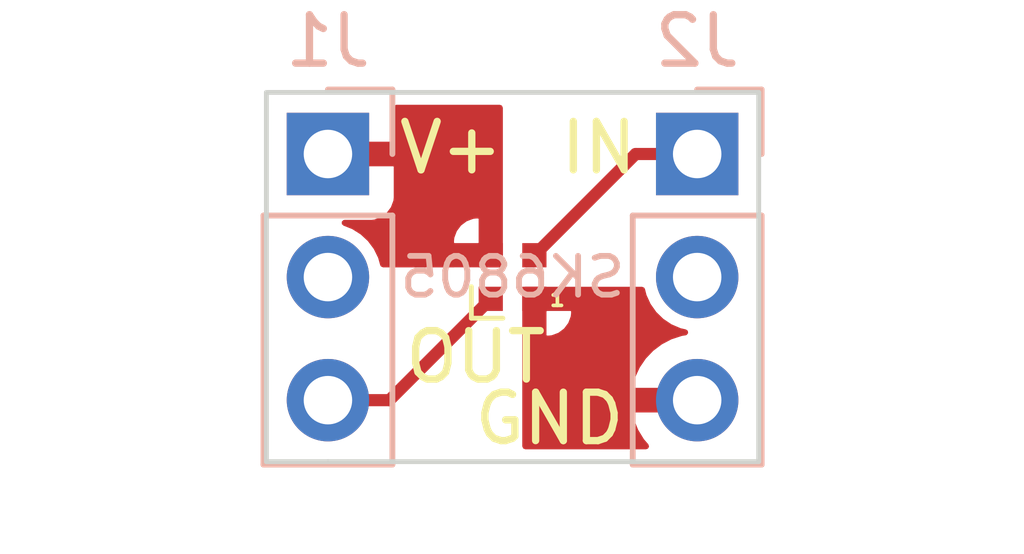
<source format=kicad_pcb>
(kicad_pcb (version 20211014) (generator pcbnew)
  (layers (0 "F.Cu" signal) (31 "B.Cu" signal) (34 "B.Paste" user) (35 "F.Paste" user) (36 "B.SilkS" user "B.Silkscreen") (37 "F.SilkS" user "F.Silkscreen") (38 "B.Mask" user) (39 "F.Mask" user) (44 "Edge.Cuts" user))
  (net 0 "")
  (net 1 "/D_OUT")
  (net 2 "GND")
  (net 3 "/D_IN")
  (net 4 "VDD")
  (footprint "Kevin_Lutzer_Lbr:LED_SK6805_EC15_1.5x1.5mm" (layer "F.Cu") (at 158.75 121.539 180)
    (fp_text reference "D1" hide)
    (fp_text value "SK6805")
    (fp_text user "1" (at -0.925 -0.45) (layer "F.SilkS") (effects (font (size 0.3 0.3) (thickness 0.075))))
    (fp_line (start 0.85 -0.85) (end 0.2 -0.85) (layer "F.SilkS") (width 0.1))
    (fp_line (start 0.85 -0.2) (end 0.85 -0.85) (layer "F.SilkS") (width 0.1))
    (pad "1" smd rect (at 0.45 -0.45 180) (size 0.5 0.5) (layers "F.Cu" "F.Paste" "F.Mask") (net 1 "/D_OUT"))
    (pad "2" smd rect (at -0.45 -0.45 180) (size 0.5 0.5) (layers "F.Cu" "F.Paste" "F.Mask") (net 2 "GND"))
    (pad "3" smd rect (at -0.45 0.45 180) (size 0.5 0.5) (layers "F.Cu" "F.Paste" "F.Mask") (net 3 "/D_IN"))
    (pad "4" smd rect (at 0.45 0.45 180) (size 0.5 0.5) (layers "F.Cu" "F.Paste" "F.Mask") (net 4 "VDD"))
  )
  (footprint "Connector_PinHeader_2.54mm:PinHeader_1x03_P2.54mm_Vertical" (layer "B.Cu") (at 162.56 119 180)
    (fp_text reference "J2" (at 0 2.33) (layer "B.SilkS") (effects (justify mirror)))
    (fp_text value "Conn_01x03_Male")
    (fp_line (start -1.33 -6.41) (end 1.33 -6.41) (layer "B.SilkS") (width 0.12))
    (fp_line (start -1.33 -1.27) (end 1.33 -1.27) (layer "B.SilkS") (width 0.12))
    (fp_line (start -1.33 0) (end -1.33 1.33) (layer "B.SilkS") (width 0.12))
    (fp_line (start -1.33 -1.27) (end -1.33 -6.41) (layer "B.SilkS") (width 0.12))
    (fp_line (start -1.33 1.33) (end 0 1.33) (layer "B.SilkS") (width 0.12))
    (fp_line (start 1.33 -1.27) (end 1.33 -6.41) (layer "B.SilkS") (width 0.12))
    (pad "1" thru_hole rect (at 0 0 180) (size 1.7 1.7) (drill 1) (layers *.Cu *.Mask) (net 3 "/D_IN"))
    (pad "2" thru_hole oval (at 0 -2.54 180) (size 1.7 1.7) (drill 1) (layers *.Cu *.Mask))
    (pad "3" thru_hole oval (at 0 -5.08 180) (size 1.7 1.7) (drill 1) (layers *.Cu *.Mask) (net 2 "GND"))
  )
  (footprint "Connector_PinHeader_2.54mm:PinHeader_1x03_P2.54mm_Vertical" (layer "B.Cu") (at 154.94 119 180)
    (fp_text reference "J1" (at 0 2.33) (layer "B.SilkS") (effects (justify mirror)))
    (fp_text value "Conn_01x03_Male")
    (fp_line (start 1.33 -1.27) (end 1.33 -6.41) (layer "B.SilkS") (width 0.12))
    (fp_line (start -1.33 -1.27) (end 1.33 -1.27) (layer "B.SilkS") (width 0.12))
    (fp_line (start -1.33 1.33) (end 0 1.33) (layer "B.SilkS") (width 0.12))
    (fp_line (start -1.33 -6.41) (end 1.33 -6.41) (layer "B.SilkS") (width 0.12))
    (fp_line (start -1.33 0) (end -1.33 1.33) (layer "B.SilkS") (width 0.12))
    (fp_line (start -1.33 -1.27) (end -1.33 -6.41) (layer "B.SilkS") (width 0.12))
    (pad "1" thru_hole rect (at 0 0 180) (size 1.7 1.7) (drill 1) (layers *.Cu *.Mask) (net 4 "VDD"))
    (pad "2" thru_hole oval (at 0 -2.54 180) (size 1.7 1.7) (drill 1) (layers *.Cu *.Mask))
    (pad "3" thru_hole oval (at 0 -5.08 180) (size 1.7 1.7) (drill 1) (layers *.Cu *.Mask) (net 1 "/D_OUT"))
  )
  (gr_line (start 163.83 117.729) (end 163.83 125.349) (layer "Edge.Cuts") (width 0.1))
  (gr_line (start 163.83 125.349) (end 154.94 125.349) (layer "Edge.Cuts") (width 0.1))
  (gr_line (start 154.94 125.349) (end 153.67 125.349) (layer "Edge.Cuts") (width 0.1))
  (gr_line (start 153.67 117.729) (end 163.83 117.729) (layer "Edge.Cuts") (width 0.1))
  (gr_line (start 153.67 125.349) (end 153.67 117.729) (layer "Edge.Cuts") (width 0.1))
  (gr_text "SK6805" (at 158.75 121.539) (layer "B.SilkS") (effects (font (size 0.8 0.8) (thickness 0.12)) (justify mirror)))
  (gr_text "V+" (at 157.48 118.872) (layer "F.SilkS") (effects (font (size 1 1))))
  (gr_text "GND" (at 159.512 124.46) (layer "F.SilkS") (effects (font (size 1 1))))
  (gr_text "IN" (at 160.528 118.872) (layer "F.SilkS") (effects (font (size 1 1))))
  (gr_text "OUT" (at 157.988 123.19) (layer "F.SilkS") (effects (font (size 1 1))))
  (segment (start 156.21 124.08) (end 158.3 121.99) (width 0.25) (layer "F.Cu") (net 1))
  (segment (start 154.94 124.08) (end 156.21 124.08) (width 0.25) (layer "F.Cu") (net 1))
  (segment (start 162.56 119) (end 161.29 119) (width 0.25) (layer "F.Cu") (net 3))
  (segment (start 161.29 119) (end 159.2 121.09) (width 0.25) (layer "F.Cu") (net 3))
  (zone (net 4) (net_name "VDD") (layer "F.Cu") (connect_pads (clearance 0.254)) (min_thickness 0.127) (fill yes (thermal_gap 0.508) (thermal_bridge_width 0.508))
    (polygon (pts (xy 158.55 121.34) (xy 153.63 121.34) (xy 153.63 117.73) (xy 158.55 117.73)))
  )
  (zone (net 2) (net_name "GND") (layer "F.Cu") (connect_pads (clearance 0.254)) (min_thickness 0.127) (fill yes (thermal_gap 0.508) (thermal_bridge_width 0.508))
    (polygon (pts (xy 163.84 125.35) (xy 158.95 125.35) (xy 158.95 121.74) (xy 163.83 121.74)))
  )
)
</source>
